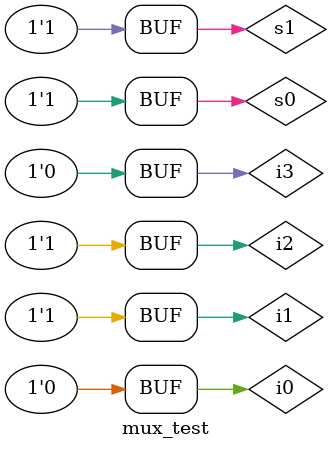
<source format=v>
`timescale 1ns / 1ps


module mux_test;

	// Inputs
	reg i0;
	reg i1;
	reg i2;
	reg i3;
	reg s0;
	reg s1;

	// Outputs
	wire out;

	// Instantiate the Unit Under Test (UUT)
	mux uut (
		.i0(i0), 
		.i1(i1), 
		.i2(i2), 
		.i3(i3), 
		.s0(s0), 
		.s1(s1), 
		.out(out)
	);

	initial begin
		// Initialize Inputs
		i0 = 0;
		i1 = 1;
		i2 = 1;
		i3 = 0;
		s0 = 0;
		s1 = 0;

		// Wait 100 ns for global reset to finish
		#100;
		
		i0 = 0;
		i1 = 1;
		i2 = 1;
		i3 = 0;
		s0 = 0;
		s1 = 1;

		// Wait 100 ns for global reset to finish
		#100;
		
		i0 = 0;
		i1 = 1;
		i2 = 1;
		i3 = 0;
		s0 = 1;
		s1 = 0;

		// Wait 100 ns for global reset to finish
		#100;
		
		i0 = 0;
		i1 = 1;
		i2 = 1;
		i3 = 0;
		s0 = 1;
		s1 = 1;

		// Wait 100 ns for global reset to finish
		#100;
        
		// Add stimulus here

	end
      
endmodule


</source>
